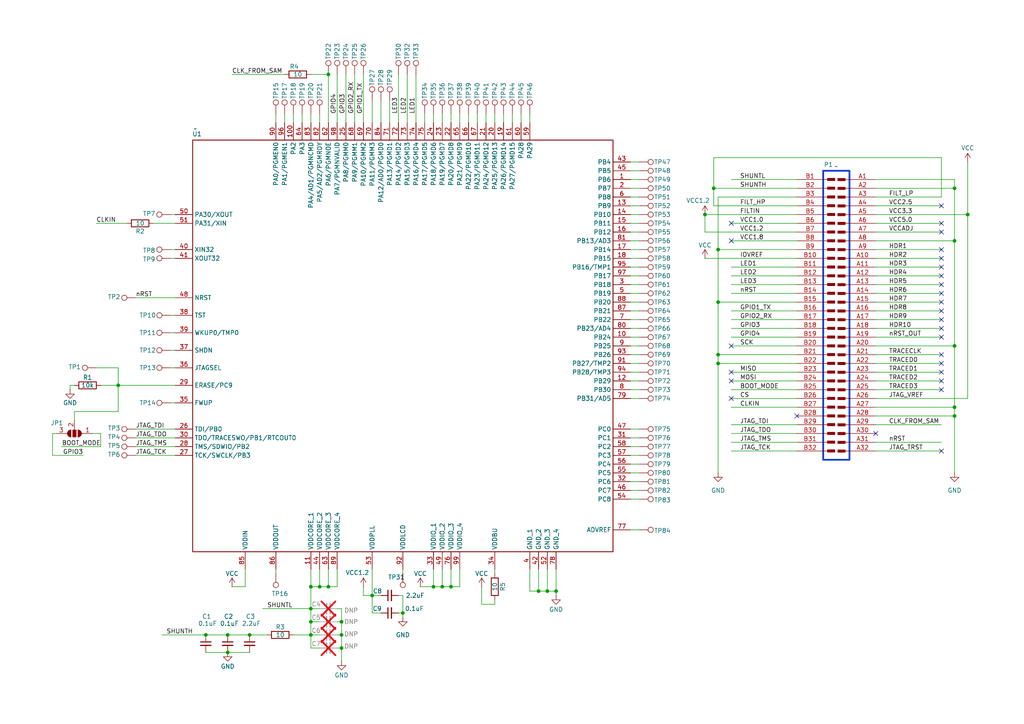
<source format=kicad_sch>
(kicad_sch (version 20231120) (generator "eeschema") (generator_version "8.0")
  (paper "A4")
  (junction (at 59.69 184.15))
  (junction (at 208.28 105.41))
  (junction (at 107.95 172.72))
  (junction (at 34.29 111.76))
  (junction (at 66.04 189.23))
  (junction (at 92.71 170.18))
  (junction (at 90.17 176.53))
  (junction (at 90.17 184.15))
  (junction (at 99.06 180.34))
  (junction (at 90.17 170.18))
  (junction (at 280.67 62.23))
  (junction (at 125.73 170.18))
  (junction (at 276.86 120.65))
  (junction (at 158.75 171.45))
  (junction (at 208.28 102.87))
  (junction (at 66.04 184.15))
  (junction (at 99.06 187.96))
  (junction (at 161.29 171.45))
  (junction (at 276.86 118.11))
  (junction (at 90.17 180.34))
  (junction (at 116.84 177.8))
  (junction (at 99.06 184.15))
  (junction (at 72.39 184.15))
  (junction (at 95.25 21.59))
  (junction (at 128.27 170.18))
  (junction (at 208.28 87.63))
  (junction (at 204.47 62.23))
  (junction (at 276.86 54.61))
  (junction (at 276.86 100.33))
  (junction (at 208.28 72.39))
  (junction (at 130.81 170.18))
  (junction (at 207.01 54.61))
  (junction (at 95.25 170.18))
  (junction (at 156.21 171.45))
  (junction (at 276.86 69.85))
  (no_connect (at 273.05 77.47))
  (no_connect (at 273.05 107.95))
  (no_connect (at 273.05 95.25))
  (no_connect (at 273.05 90.17))
  (no_connect (at 273.05 80.01))
  (no_connect (at 212.09 100.33))
  (no_connect (at 273.05 130.81))
  (no_connect (at 254 125.73))
  (no_connect (at 273.05 97.79))
  (no_connect (at 273.05 105.41))
  (no_connect (at 273.05 113.03))
  (no_connect (at 273.05 74.93))
  (no_connect (at 273.05 85.09))
  (no_connect (at 273.05 110.49))
  (no_connect (at 273.05 72.39))
  (no_connect (at 273.05 59.69))
  (no_connect (at 273.05 82.55))
  (no_connect (at 212.09 110.49))
  (no_connect (at 231.14 120.65))
  (no_connect (at 212.09 69.85))
  (no_connect (at 212.09 64.77))
  (no_connect (at 273.05 102.87))
  (no_connect (at 273.05 87.63))
  (no_connect (at 273.05 64.77))
  (no_connect (at 212.09 115.57))
  (no_connect (at 273.05 92.71))
  (no_connect (at 212.09 107.95))
  (no_connect (at 273.05 67.31))
  (wire (pts (xy 135.89 33.02) (xy 135.89 35.56)))
  (wire (pts (xy 34.29 111.76) (xy 34.29 119.38)))
  (wire (pts (xy 254 72.39) (xy 273.05 72.39)))
  (wire (pts (xy 110.49 29.21) (xy 110.49 35.56)))
  (wire (pts (xy 49.53 101.6) (xy 50.8 101.6)))
  (wire (pts (xy 59.69 184.15) (xy 66.04 184.15)))
  (wire (pts (xy 99.06 187.96) (xy 99.06 191.77)))
  (wire (pts (xy 182.88 127) (xy 185.42 127)))
  (wire (pts (xy 105.41 172.72) (xy 107.95 172.72)))
  (wire (pts (xy 182.88 77.47) (xy 185.42 77.47)))
  (wire (pts (xy 90.17 187.96) (xy 92.71 187.96)))
  (wire (pts (xy 204.47 62.23) (xy 231.14 62.23)))
  (wire (pts (xy 182.88 74.93) (xy 185.42 74.93)))
  (wire (pts (xy 208.28 105.41) (xy 231.14 105.41)))
  (wire (pts (xy 212.09 130.81) (xy 231.14 130.81)))
  (wire (pts (xy 212.09 85.09) (xy 231.14 85.09)))
  (wire (pts (xy 39.37 127) (xy 50.8 127)))
  (wire (pts (xy 26.67 125.73) (xy 29.21 125.73)))
  (wire (pts (xy 156.21 165.1) (xy 156.21 171.45)))
  (wire (pts (xy 133.35 33.02) (xy 133.35 35.56)))
  (wire (pts (xy 121.92 170.18) (xy 125.73 170.18)))
  (wire (pts (xy 182.88 142.24) (xy 185.42 142.24)))
  (wire (pts (xy 148.59 33.02) (xy 148.59 35.56)))
  (wire (pts (xy 90.17 33.02) (xy 90.17 35.56)))
  (wire (pts (xy 212.09 125.73) (xy 231.14 125.73)))
  (wire (pts (xy 212.09 69.85) (xy 231.14 69.85)))
  (wire (pts (xy 71.12 165.1) (xy 71.12 170.18)))
  (wire (pts (xy 254 128.27) (xy 273.05 128.27)))
  (wire (pts (xy 107.95 165.1) (xy 107.95 172.72)))
  (wire (pts (xy 182.88 92.71) (xy 185.42 92.71)))
  (wire (pts (xy 208.28 102.87) (xy 231.14 102.87)))
  (wire (pts (xy 280.67 46.99) (xy 280.67 62.23)))
  (wire (pts (xy 254 113.03) (xy 273.05 113.03)))
  (wire (pts (xy 118.11 21.59) (xy 118.11 35.56)))
  (wire (pts (xy 254 92.71) (xy 273.05 92.71)))
  (wire (pts (xy 67.31 21.59) (xy 82.55 21.59)))
  (wire (pts (xy 95.25 21.59) (xy 95.25 35.56)))
  (wire (pts (xy 212.09 77.47) (xy 231.14 77.47)))
  (wire (pts (xy 92.71 170.18) (xy 92.71 165.1)))
  (wire (pts (xy 254 97.79) (xy 273.05 97.79)))
  (wire (pts (xy 276.86 118.11) (xy 276.86 120.65)))
  (wire (pts (xy 182.88 110.49) (xy 185.42 110.49)))
  (wire (pts (xy 138.43 33.02) (xy 138.43 35.56)))
  (wire (pts (xy 254 102.87) (xy 273.05 102.87)))
  (wire (pts (xy 182.88 80.01) (xy 185.42 80.01)))
  (wire (pts (xy 182.88 105.41) (xy 185.42 105.41)))
  (wire (pts (xy 208.28 57.15) (xy 208.28 72.39)))
  (wire (pts (xy 95.25 170.18) (xy 97.79 170.18)))
  (wire (pts (xy 29.21 111.76) (xy 34.29 111.76)))
  (wire (pts (xy 204.47 67.31) (xy 231.14 67.31)))
  (wire (pts (xy 212.09 80.01) (xy 231.14 80.01)))
  (wire (pts (xy 208.28 102.87) (xy 208.28 105.41)))
  (wire (pts (xy 208.28 72.39) (xy 231.14 72.39)))
  (wire (pts (xy 208.28 105.41) (xy 208.28 137.16)))
  (wire (pts (xy 182.88 90.17) (xy 185.42 90.17)))
  (wire (pts (xy 254 85.09) (xy 273.05 85.09)))
  (wire (pts (xy 107.95 172.72) (xy 107.95 177.8)))
  (wire (pts (xy 182.88 97.79) (xy 185.42 97.79)))
  (wire (pts (xy 44.45 64.77) (xy 50.8 64.77)))
  (wire (pts (xy 49.53 96.52) (xy 50.8 96.52)))
  (wire (pts (xy 87.63 33.02) (xy 87.63 35.56)))
  (wire (pts (xy 20.32 111.76) (xy 20.32 113.03)))
  (wire (pts (xy 212.09 128.27) (xy 231.14 128.27)))
  (wire (pts (xy 102.87 21.59) (xy 102.87 35.56)))
  (wire (pts (xy 207.01 59.69) (xy 231.14 59.69)))
  (wire (pts (xy 34.29 119.38) (xy 21.59 119.38)))
  (wire (pts (xy 204.47 74.93) (xy 231.14 74.93)))
  (wire (pts (xy 90.17 180.34) (xy 92.71 180.34)))
  (wire (pts (xy 130.81 165.1) (xy 130.81 170.18)))
  (wire (pts (xy 254 100.33) (xy 276.86 100.33)))
  (wire (pts (xy 212.09 118.11) (xy 231.14 118.11)))
  (wire (pts (xy 208.28 87.63) (xy 208.28 102.87)))
  (wire (pts (xy 76.2 176.53) (xy 90.17 176.53)))
  (wire (pts (xy 92.71 33.02) (xy 92.71 35.56)))
  (wire (pts (xy 212.09 82.55) (xy 231.14 82.55)))
  (wire (pts (xy 39.37 86.36) (xy 50.8 86.36)))
  (wire (pts (xy 212.09 115.57) (xy 231.14 115.57)))
  (wire (pts (xy 182.88 95.25) (xy 185.42 95.25)))
  (wire (pts (xy 105.41 172.72) (xy 105.41 170.18)))
  (wire (pts (xy 90.17 170.18) (xy 92.71 170.18)))
  (wire (pts (xy 254 62.23) (xy 280.67 62.23)))
  (wire (pts (xy 107.95 29.21) (xy 107.95 35.56)))
  (wire (pts (xy 110.49 177.8) (xy 107.95 177.8)))
  (wire (pts (xy 49.53 91.44) (xy 50.8 91.44)))
  (wire (pts (xy 212.09 107.95) (xy 231.14 107.95)))
  (wire (pts (xy 151.13 33.02) (xy 151.13 35.56)))
  (wire (pts (xy 212.09 100.33) (xy 231.14 100.33)))
  (wire (pts (xy 115.57 21.59) (xy 115.57 35.56)))
  (wire (pts (xy 254 110.49) (xy 273.05 110.49)))
  (wire (pts (xy 72.39 184.15) (xy 77.47 184.15)))
  (wire (pts (xy 105.41 21.59) (xy 105.41 35.56)))
  (wire (pts (xy 116.84 165.1) (xy 116.84 166.37)))
  (wire (pts (xy 66.04 189.23) (xy 72.39 189.23)))
  (wire (pts (xy 254 95.25) (xy 273.05 95.25)))
  (wire (pts (xy 16.51 125.73) (xy 15.24 125.73)))
  (wire (pts (xy 182.88 54.61) (xy 185.42 54.61)))
  (wire (pts (xy 99.06 180.34) (xy 99.06 184.15)))
  (wire (pts (xy 49.53 62.23) (xy 50.8 62.23)))
  (wire (pts (xy 128.27 33.02) (xy 128.27 35.56)))
  (wire (pts (xy 85.09 33.02) (xy 85.09 35.56)))
  (wire (pts (xy 125.73 33.02) (xy 125.73 35.56)))
  (wire (pts (xy 212.09 64.77) (xy 231.14 64.77)))
  (wire (pts (xy 182.88 82.55) (xy 185.42 82.55)))
  (wire (pts (xy 254 52.07) (xy 276.86 52.07)))
  (wire (pts (xy 254 67.31) (xy 273.05 67.31)))
  (wire (pts (xy 139.7 170.18) (xy 139.7 175.26)))
  (wire (pts (xy 90.17 184.15) (xy 92.71 184.15)))
  (wire (pts (xy 182.88 153.67) (xy 185.42 153.67)))
  (wire (pts (xy 110.49 172.72) (xy 107.95 172.72)))
  (wire (pts (xy 21.59 119.38) (xy 21.59 121.92)))
  (wire (pts (xy 59.69 189.23) (xy 66.04 189.23)))
  (wire (pts (xy 125.73 165.1) (xy 125.73 170.18)))
  (wire (pts (xy 207.01 54.61) (xy 231.14 54.61)))
  (wire (pts (xy 254 105.41) (xy 273.05 105.41)))
  (wire (pts (xy 143.51 33.02) (xy 143.51 35.56)))
  (wire (pts (xy 182.88 87.63) (xy 185.42 87.63)))
  (wire (pts (xy 49.53 72.39) (xy 50.8 72.39)))
  (wire (pts (xy 254 90.17) (xy 273.05 90.17)))
  (wire (pts (xy 182.88 62.23) (xy 185.42 62.23)))
  (wire (pts (xy 276.86 52.07) (xy 276.86 54.61)))
  (wire (pts (xy 182.88 49.53) (xy 185.42 49.53)))
  (wire (pts (xy 153.67 171.45) (xy 156.21 171.45)))
  (wire (pts (xy 143.51 173.99) (xy 143.51 175.26)))
  (wire (pts (xy 182.88 64.77) (xy 185.42 64.77)))
  (wire (pts (xy 67.31 170.18) (xy 71.12 170.18)))
  (wire (pts (xy 254 87.63) (xy 273.05 87.63)))
  (wire (pts (xy 212.09 95.25) (xy 231.14 95.25)))
  (wire (pts (xy 80.01 33.02) (xy 80.01 35.56)))
  (wire (pts (xy 204.47 62.23) (xy 204.47 67.31)))
  (wire (pts (xy 273.05 45.72) (xy 273.05 57.15)))
  (wire (pts (xy 15.24 125.73) (xy 15.24 132.08)))
  (wire (pts (xy 100.33 21.59) (xy 100.33 35.56)))
  (wire (pts (xy 182.88 69.85) (xy 185.42 69.85)))
  (wire (pts (xy 182.88 100.33) (xy 185.42 100.33)))
  (wire (pts (xy 46.99 184.15) (xy 59.69 184.15)))
  (wire (pts (xy 182.88 129.54) (xy 185.42 129.54)))
  (wire (pts (xy 254 120.65) (xy 276.86 120.65)))
  (wire (pts (xy 254 54.61) (xy 276.86 54.61)))
  (wire (pts (xy 113.03 29.21) (xy 113.03 35.56)))
  (wire (pts (xy 212.09 123.19) (xy 231.14 123.19)))
  (wire (pts (xy 254 82.55) (xy 273.05 82.55)))
  (wire (pts (xy 115.57 172.72) (xy 116.84 172.72)))
  (wire (pts (xy 212.09 97.79) (xy 231.14 97.79)))
  (wire (pts (xy 99.06 184.15) (xy 97.79 184.15)))
  (wire (pts (xy 49.53 74.93) (xy 50.8 74.93)))
  (wire (pts (xy 208.28 72.39) (xy 208.28 87.63)))
  (wire (pts (xy 254 69.85) (xy 276.86 69.85)))
  (wire (pts (xy 15.24 132.08) (xy 24.13 132.08)))
  (wire (pts (xy 49.53 116.84) (xy 50.8 116.84)))
  (wire (pts (xy 273.05 57.15) (xy 254 57.15)))
  (wire (pts (xy 49.53 106.68) (xy 50.8 106.68)))
  (wire (pts (xy 90.17 176.53) (xy 90.17 180.34)))
  (wire (pts (xy 212.09 113.03) (xy 231.14 113.03)))
  (wire (pts (xy 254 59.69) (xy 273.05 59.69)))
  (wire (pts (xy 182.88 115.57) (xy 185.42 115.57)))
  (wire (pts (xy 92.71 170.18) (xy 95.25 170.18)))
  (wire (pts (xy 115.57 177.8) (xy 116.84 177.8)))
  (wire (pts (xy 182.88 139.7) (xy 185.42 139.7)))
  (wire (pts (xy 29.21 125.73) (xy 29.21 129.54)))
  (wire (pts (xy 254 123.19) (xy 273.05 123.19)))
  (wire (pts (xy 208.28 57.15) (xy 231.14 57.15)))
  (wire (pts (xy 212.09 92.71) (xy 231.14 92.71)))
  (wire (pts (xy 182.88 137.16) (xy 185.42 137.16)))
  (wire (pts (xy 161.29 165.1) (xy 161.29 171.45)))
  (wire (pts (xy 80.01 165.1) (xy 80.01 166.37)))
  (wire (pts (xy 276.86 54.61) (xy 276.86 69.85)))
  (wire (pts (xy 280.67 62.23) (xy 280.67 115.57)))
  (wire (pts (xy 254 74.93) (xy 273.05 74.93)))
  (wire (pts (xy 27.94 64.77) (xy 36.83 64.77)))
  (wire (pts (xy 120.65 21.59) (xy 120.65 35.56)))
  (wire (pts (xy 182.88 144.78) (xy 185.42 144.78)))
  (wire (pts (xy 207.01 54.61) (xy 207.01 59.69)))
  (wire (pts (xy 125.73 170.18) (xy 128.27 170.18)))
  (wire (pts (xy 276.86 69.85) (xy 276.86 100.33)))
  (wire (pts (xy 34.29 111.76) (xy 50.8 111.76)))
  (wire (pts (xy 276.86 120.65) (xy 276.86 137.16)))
  (wire (pts (xy 128.27 170.18) (xy 130.81 170.18)))
  (wire (pts (xy 254 64.77) (xy 273.05 64.77)))
  (wire (pts (xy 254 130.81) (xy 273.05 130.81)))
  (wire (pts (xy 158.75 165.1) (xy 158.75 171.45)))
  (wire (pts (xy 140.97 33.02) (xy 140.97 35.56)))
  (wire (pts (xy 207.01 54.61) (xy 207.01 45.72)))
  (wire (pts (xy 182.88 85.09) (xy 185.42 85.09)))
  (wire (pts (xy 153.67 33.02) (xy 153.67 35.56)))
  (wire (pts (xy 123.19 33.02) (xy 123.19 35.56)))
  (wire (pts (xy 97.79 165.1) (xy 97.79 170.18)))
  (wire (pts (xy 182.88 52.07) (xy 185.42 52.07)))
  (wire (pts (xy 116.84 179.07) (xy 116.84 177.8)))
  (wire (pts (xy 90.17 165.1) (xy 90.17 170.18)))
  (wire (pts (xy 139.7 175.26) (xy 143.51 175.26)))
  (wire (pts (xy 99.06 180.34) (xy 97.79 180.34)))
  (wire (pts (xy 158.75 171.45) (xy 161.29 171.45)))
  (wire (pts (xy 39.37 132.08) (xy 50.8 132.08)))
  (wire (pts (xy 182.88 59.69) (xy 185.42 59.69)))
  (wire (pts (xy 99.06 184.15) (xy 99.06 187.96)))
  (wire (pts (xy 182.88 134.62) (xy 185.42 134.62)))
  (wire (pts (xy 99.06 176.53) (xy 99.06 180.34)))
  (wire (pts (xy 116.84 172.72) (xy 116.84 177.8)))
  (wire (pts (xy 254 80.01) (xy 273.05 80.01)))
  (wire (pts (xy 254 115.57) (xy 280.67 115.57)))
  (wire (pts (xy 254 77.47) (xy 273.05 77.47)))
  (wire (pts (xy 212.09 110.49) (xy 231.14 110.49)))
  (wire (pts (xy 254 118.11) (xy 276.86 118.11)))
  (wire (pts (xy 212.09 52.07) (xy 231.14 52.07)))
  (wire (pts (xy 85.09 184.15) (xy 90.17 184.15)))
  (wire (pts (xy 182.88 67.31) (xy 185.42 67.31)))
  (wire (pts (xy 130.81 170.18) (xy 133.35 170.18)))
  (wire (pts (xy 153.67 165.1) (xy 153.67 171.45)))
  (wire (pts (xy 143.51 165.1) (xy 143.51 166.37)))
  (wire (pts (xy 39.37 124.46) (xy 50.8 124.46)))
  (wire (pts (xy 34.29 106.68) (xy 34.29 111.76)))
  (wire (pts (xy 97.79 21.59) (xy 97.79 35.56)))
  (wire (pts (xy 254 107.95) (xy 273.05 107.95)))
  (wire (pts (xy 90.17 170.18) (xy 90.17 176.53)))
  (wire (pts (xy 90.17 180.34) (xy 90.17 184.15)))
  (wire (pts (xy 182.88 124.46) (xy 185.42 124.46)))
  (wire (pts (xy 161.29 172.72) (xy 161.29 171.45)))
  (wire (pts (xy 39.37 129.54) (xy 50.8 129.54)))
  (wire (pts (xy 182.88 113.03) (xy 185.42 113.03)))
  (wire (pts (xy 276.86 100.33) (xy 276.86 118.11)))
  (wire (pts (xy 182.88 102.87) (xy 185.42 102.87)))
  (wire (pts (xy 82.55 33.02) (xy 82.55 35.56)))
  (wire (pts (xy 182.88 46.99) (xy 185.42 46.99)))
  (wire (pts (xy 130.81 33.02) (xy 130.81 35.56)))
  (wire (pts (xy 156.21 171.45) (xy 158.75 171.45)))
  (wire (pts (xy 133.35 165.1) (xy 133.35 170.18)))
  (wire (pts (xy 182.88 107.95) (xy 185.42 107.95)))
  (wire (pts (xy 128.27 165.1) (xy 128.27 170.18)))
  (wire (pts (xy 182.88 57.15) (xy 185.42 57.15)))
  (wire (pts (xy 90.17 176.53) (xy 92.71 176.53)))
  (wire (pts (xy 182.88 132.08) (xy 185.42 132.08)))
  (wire (pts (xy 90.17 184.15) (xy 90.17 187.96)))
  (wire (pts (xy 29.21 129.54) (xy 17.78 129.54)))
  (wire (pts (xy 208.28 87.63) (xy 231.14 87.63)))
  (wire (pts (xy 20.32 111.76) (xy 21.59 111.76)))
  (wire (pts (xy 66.04 184.15) (xy 72.39 184.15)))
  (wire (pts (xy 146.05 33.02) (xy 146.05 35.56)))
  (wire (pts (xy 27.94 106.68) (xy 34.29 106.68)))
  (wire (pts (xy 99.06 187.96) (xy 97.79 187.96)))
  (wire (pts (xy 95.25 165.1) (xy 95.25 170.18)))
  (wire (pts (xy 207.01 45.72) (xy 273.05 45.72)))
  (wire (pts (xy 90.17 21.59) (xy 95.25 21.59)))
  (wire (pts (xy 99.06 176.53) (xy 97.79 176.53)))
  (wire (pts (xy 212.09 90.17) (xy 231.14 90.17)))
  (wire (pts (xy 182.88 72.39) (xy 185.42 72.39)))
  (label "LED2" (at 214.63 80.01 0))
  (label "FILT_HP" (at 214.63 59.69 0))
  (label "CS" (at 214.63 115.57 0))
  (label "nRST" (at 214.63 85.09 0))
  (label "SHUNTL" (at 214.63 52.07 0))
  (label "LED1" (at 120.65 33.02 90))
  (label "HDR5" (at 257.81 82.55 0))
  (label "HDR7" (at 257.81 87.63 0))
  (label "HDR9" (at 257.81 92.71 0))
  (label "nRST" (at 257.81 128.27 0))
  (label "GPIO4" (at 97.79 33.02 90))
  (label "TRACED0" (at 257.81 105.41 0))
  (label "JTAG_TCK" (at 39.37 132.08 0))
  (label "CLKIN" (at 27.94 64.77 0))
  (label "JTAG_TDI" (at 214.63 123.19 0))
  (label "TRACED3" (at 257.81 113.03 0))
  (label "TRACED2" (at 257.81 110.49 0))
  (label "GPIO1_TX" (at 214.63 90.17 0))
  (label "VCC1.2" (at 214.63 67.31 0))
  (label "VCC3.3" (at 257.81 62.23 0))
  (label "MISO" (at 214.63 107.95 0))
  (label "VCCADJ" (at 257.81 67.31 0))
  (label "TRACECLK" (at 257.81 102.87 0))
  (label "VCC2.5" (at 257.81 59.69 0))
  (label "FILT_LP" (at 257.81 57.15 0))
  (label "LED3" (at 115.57 33.02 90))
  (label "CLK_FROM_SAM" (at 67.31 21.59 0))
  (label "SCK" (at 214.63 100.33 0))
  (label "HDR6" (at 257.81 85.09 0))
  (label "nRST_OUT" (at 257.81 97.79 0))
  (label "HDR4" (at 257.81 80.01 0))
  (label "nRST" (at 39.37 86.36 0))
  (label "SHUNTH" (at 214.63 54.61 0))
  (label "JTAG_TDO" (at 39.37 127 0))
  (label "VCC5.0" (at 257.81 64.77 0))
  (label "HDR2" (at 257.81 74.93 0))
  (label "GPIO2_RX" (at 102.87 33.02 90))
  (label "SHUNTL" (at 77.47 176.53 0))
  (label "MOSI" (at 214.63 110.49 0))
  (label "JTAG_TMS" (at 214.63 128.27 0))
  (label "VCC1.8" (at 214.63 69.85 0))
  (label "VCC1.0" (at 214.63 64.77 0))
  (label "GPIO3" (at 24.13 132.08 180))
  (label "GPIO3" (at 100.33 33.02 90))
  (label "BOOT_MODE" (at 214.63 113.03 0))
  (label "HDR10" (at 257.81 95.25 0))
  (label "HDR3" (at 257.81 77.47 0))
  (label "SHUNTH" (at 48.26 184.15 0))
  (label "JTAG_TRST" (at 257.81 130.81 0))
  (label "JTAG_TCK" (at 214.63 130.81 0))
  (label "GPIO2_RX" (at 214.63 92.71 0))
  (label "GPIO3" (at 214.63 95.25 0))
  (label "CLK_FROM_SAM" (at 257.81 123.19 0))
  (label "BOOT_MODE" (at 29.21 129.54 180))
  (label "TRACED1" (at 257.81 107.95 0))
  (label "FILTIN" (at 214.63 62.23 0))
  (label "HDR8" (at 257.81 90.17 0))
  (label "JTAG_VREF" (at 257.81 115.57 0))
  (label "CLKIN" (at 214.63 118.11 0))
  (label "LED2" (at 118.11 33.02 90))
  (label "HDR1" (at 257.81 72.39 0))
  (label "LED1" (at 214.63 77.47 0))
  (label "GPIO1_TX" (at 105.41 33.02 90))
  (label "IOVREF" (at 214.63 74.93 0))
  (label "JTAG_TMS" (at 39.37 129.54 0))
  (label "JTAG_TDI" (at 39.37 124.46 0))
  (label "JTAG_TDO" (at 214.63 125.73 0))
  (label "LED3" (at 214.63 82.55 0))
  (label "GPIO4" (at 214.63 97.79 0))
  (symbol (lib_id "Jumper:SolderJumper_3_Open") (at 21.59 125.73 180) (unit 1) (exclude_from_sim yes) (in_bom no)
    (property "Reference" "JP1" (at 16.51 122.682 0))
    (property "Value" "SolderJumper_3_Open" (effects (hide yes)))
    (property "Footprint" "Jumper:SolderJumper-3_P1.3mm_Open_RoundedPad1.0x1.5mm" (effects (hide yes)))
    (property "Description" "Solder Jumper, 3-pole, open" (effects (hide yes)))
  )
  (symbol (lib_id "power:VCC") (at 67.31 170.18 0) (unit 1)
    (property "Reference" "#PWR07" (effects (hide yes)))
    (property "Value" "VCC" (at 67.31 166.37 0))
    (property "Description" "Power symbol creates a global label with name \"VCC\"" (effects (hide yes)))
  )
  (symbol (lib_id "Connector:TestPoint") (at 110.49 29.21 0) (unit 1)
    (property "Reference" "TP28" (at 110.49 20.066 90) (effects (justify right)))
    (property "Value" "TestPoint" (effects (hide yes)))
    (property "Footprint" "TestPoint:TestPoint_Pad_1.0x1.0mm" (effects (hide yes)))
    (property "Description" "test point" (effects (hide yes)))
  )
  (symbol (lib_id "Connector:TestPoint") (at 39.37 127 90) (unit 1)
    (property "Reference" "TP4" (at 31.242 126.746 90) (effects (justify right)))
    (property "Value" "TestPoint" (effects (hide yes)))
    (property "Footprint" "TestPoint:TestPoint_Pad_1.0x1.0mm" (effects (hide yes)))
    (property "Description" "test point" (effects (hide yes)))
  )
  (symbol (lib_id "Connector:TestPoint") (at 135.89 33.02 0) (unit 1)
    (property "Reference" "TP39" (at 135.89 23.876 90) (effects (justify right)))
    (property "Value" "TestPoint" (effects (hide yes)))
    (property "Footprint" "TestPoint:TestPoint_Pad_1.0x1.0mm" (effects (hide yes)))
    (property "Description" "test point" (effects (hide yes)))
  )
  (symbol (lib_id "Connector:TestPoint") (at 185.42 105.41 270) (unit 1)
    (property "Reference" "TP70" (at 194.564 105.41 90) (effects (justify right)))
    (property "Value" "TestPoint" (effects (hide yes)))
    (property "Footprint" "TestPoint:TestPoint_Pad_1.0x1.0mm" (effects (hide yes)))
    (property "Description" "test point" (effects (hide yes)))
  )
  (symbol (lib_id "Connector:TestPoint") (at 107.95 29.21 0) (unit 1)
    (property "Reference" "TP27" (at 107.95 20.066 90) (effects (justify right)))
    (property "Value" "TestPoint" (effects (hide yes)))
    (property "Footprint" "TestPoint:TestPoint_Pad_1.0x1.0mm" (effects (hide yes)))
    (property "Description" "test point" (effects (hide yes)))
  )
  (symbol (lib_id "Connector:TestPoint") (at 185.42 46.99 270) (unit 1)
    (property "Reference" "TP47" (at 194.564 46.99 90) (effects (justify right)))
    (property "Value" "TestPoint" (effects (hide yes)))
    (property "Footprint" "TestPoint:TestPoint_Pad_1.0x1.0mm" (effects (hide yes)))
    (property "Description" "test point" (effects (hide yes)))
  )
  (symbol (lib_id "Connector:TestPoint") (at 185.42 134.62 270) (unit 1)
    (property "Reference" "TP79" (at 194.564 134.62 90) (effects (justify right)))
    (property "Value" "TestPoint" (effects (hide yes)))
    (property "Footprint" "TestPoint:TestPoint_Pad_1.0x1.0mm" (effects (hide yes)))
    (property "Description" "test point" (effects (hide yes)))
  )
  (symbol (lib_id "power:GND") (at 276.86 137.16 0) (unit 1)
    (property "Reference" "#PWR01" (effects (hide yes)))
    (property "Value" "GND" (at 276.86 142.24 0))
    (property "Description" "Power symbol creates a global label with name \"GND\" , ground" (effects (hide yes)))
  )
  (symbol (lib_id "Connector:TestPoint") (at 39.37 132.08 90) (unit 1)
    (property "Reference" "TP6" (at 31.242 131.826 90) (effects (justify right)))
    (property "Value" "TestPoint" (effects (hide yes)))
    (property "Footprint" "TestPoint:TestPoint_Pad_1.0x1.0mm" (effects (hide yes)))
    (property "Description" "test point" (effects (hide yes)))
  )
  (symbol (lib_id "Connector:TestPoint") (at 85.09 33.02 0) (unit 1)
    (property "Reference" "TP18" (at 85.09 23.876 90) (effects (justify right)))
    (property "Value" "TestPoint" (effects (hide yes)))
    (property "Footprint" "TestPoint:TestPoint_Pad_1.0x1.0mm" (effects (hide yes)))
    (property "Description" "test point" (effects (hide yes)))
  )
  (symbol (lib_id "Connector:TestPoint") (at 185.42 54.61 270) (unit 1)
    (property "Reference" "TP50" (at 194.564 54.61 90) (effects (justify right)))
    (property "Value" "TestPoint" (effects (hide yes)))
    (property "Footprint" "TestPoint:TestPoint_Pad_1.0x1.0mm" (effects (hide yes)))
    (property "Description" "test point" (effects (hide yes)))
  )
  (symbol (lib_id "Connector:TestPoint") (at 130.81 33.02 0) (unit 1)
    (property "Reference" "TP37" (at 130.81 23.876 90) (effects (justify right)))
    (property "Value" "TestPoint" (effects (hide yes)))
    (property "Footprint" "TestPoint:TestPoint_Pad_1.0x1.0mm" (effects (hide yes)))
    (property "Description" "test point" (effects (hide yes)))
  )
  (symbol (lib_id "Connector:TestPoint") (at 185.42 64.77 270) (unit 1)
    (property "Reference" "TP54" (at 194.564 64.77 90) (effects (justify right)))
    (property "Value" "TestPoint" (effects (hide yes)))
    (property "Footprint" "TestPoint:TestPoint_Pad_1.0x1.0mm" (effects (hide yes)))
    (property "Description" "test point" (effects (hide yes)))
  )
  (symbol (lib_id "power:GND") (at 161.29 172.72 0) (unit 1)
    (property "Reference" "#PWR06" (effects (hide yes)))
    (property "Value" "GND" (at 161.29 176.784 0))
    (property "Description" "Power symbol creates a global label with name \"GND\" , ground" (effects (hide yes)))
  )
  (symbol (lib_id "Connector:TestPoint") (at 128.27 33.02 0) (unit 1)
    (property "Reference" "TP36" (at 128.27 23.876 90) (effects (justify right)))
    (property "Value" "TestPoint" (effects (hide yes)))
    (property "Footprint" "TestPoint:TestPoint_Pad_1.0x1.0mm" (effects (hide yes)))
    (property "Description" "test point" (effects (hide yes)))
  )
  (symbol (lib_id "Connector:TestPoint") (at 185.42 97.79 270) (unit 1)
    (property "Reference" "TP67" (at 194.564 97.79 90) (effects (justify right)))
    (property "Value" "TestPoint" (effects (hide yes)))
    (property "Footprint" "TestPoint:TestPoint_Pad_1.0x1.0mm" (effects (hide yes)))
    (property "Description" "test point" (effects (hide yes)))
  )
  (symbol (lib_id "Connector:TestPoint") (at 39.37 129.54 90) (unit 1)
    (property "Reference" "TP5" (at 31.242 129.286 90) (effects (justify right)))
    (property "Value" "TestPoint" (effects (hide yes)))
    (property "Footprint" "TestPoint:TestPoint_Pad_1.0x1.0mm" (effects (hide yes)))
    (property "Description" "test point" (effects (hide yes)))
  )
  (symbol (lib_id "Device:C_Small") (at 113.03 177.8 90) (unit 1)
    (property "Reference" "C9" (at 110.744 176.53 90) (effects (justify left)))
    (property "Value" "0.1uF" (at 122.936 176.53 90) (effects (justify left)))
    (property "Footprint" "Capacitor_SMD:C_0603_1608Metric" (effects (hide yes)))
    (property "Description" "Unpolarized capacitor, small symbol" (effects (hide yes)))
  )
  (symbol (lib_id "Connector:TestPoint") (at 185.42 85.09 270) (unit 1)
    (property "Reference" "TP62" (at 194.564 85.09 90) (effects (justify right)))
    (property "Value" "TestPoint" (effects (hide yes)))
    (property "Footprint" "TestPoint:TestPoint_Pad_1.0x1.0mm" (effects (hide yes)))
    (property "Description" "test point" (effects (hide yes)))
  )
  (symbol (lib_id "Connector:TestPoint") (at 185.42 77.47 270) (unit 1)
    (property "Reference" "TP59" (at 194.564 77.47 90) (effects (justify right)))
    (property "Value" "TestPoint" (effects (hide yes)))
    (property "Footprint" "TestPoint:TestPoint_Pad_1.0x1.0mm" (effects (hide yes)))
    (property "Description" "test point" (effects (hide yes)))
  )
  (symbol (lib_id "Device:C_Small") (at 59.69 186.69 0) (unit 1)
    (property "Reference" "C1" (at 59.944 178.816 0))
    (property "Value" "0.1uF" (at 60.198 180.848 0))
    (property "Footprint" "Capacitor_SMD:C_0603_1608Metric" (effects (hide yes)))
    (property "Description" "Unpolarized capacitor, small symbol" (effects (hide yes)))
  )
  (symbol (lib_id "Connector:TestPoint") (at 49.53 101.6 90) (unit 1)
    (property "Reference" "TP12" (at 40.386 101.6 90) (effects (justify right)))
    (property "Value" "TestPoint" (effects (hide yes)))
    (property "Footprint" "TestPoint:TestPoint_Pad_1.0x1.0mm" (effects (hide yes)))
    (property "Description" "test point" (effects (hide yes)))
  )
  (symbol (lib_id "CW312T-SAM4C32:ATSAM4C32C") (at 116.84 102.87 0) (unit 1)
    (property "Reference" "U1" (at 57.15 38.862 0))
    (property "Value" "~" (at 56.642 37.338 0))
    (property "Footprint" "Package_QFP:TQFP-100_14x14mm_P0.5mm" (effects (hide yes)))
  )
  (symbol (lib_id "Connector:TestPoint") (at 185.42 67.31 270) (unit 1)
    (property "Reference" "TP55" (at 194.564 67.31 90) (effects (justify right)))
    (property "Value" "TestPoint" (effects (hide yes)))
    (property "Footprint" "TestPoint:TestPoint_Pad_1.0x1.0mm" (effects (hide yes)))
    (property "Description" "test point" (effects (hide yes)))
  )
  (symbol (lib_id "Connector:TestPoint") (at 120.65 21.59 0) (unit 1)
    (property "Reference" "TP33" (at 120.65 12.446 90) (effects (justify right)))
    (property "Value" "TestPoint" (effects (hide yes)))
    (property "Footprint" "TestPoint:TestPoint_Pad_1.0x1.0mm" (effects (hide yes)))
    (property "Description" "test point" (effects (hide yes)))
  )
  (symbol (lib_id "Device:C_Small") (at 95.25 176.53 90) (unit 1) (dnp yes)
    (property "Reference" "C4" (at 91.694 175.26 90))
    (property "Value" "DNP" (at 101.854 177.038 90))
    (property "Footprint" "Capacitor_SMD:C_0603_1608Metric" (effects (hide yes)))
    (property "Description" "Unpolarized capacitor, small symbol" (effects (hide yes)))
  )
  (symbol (lib_id "Connector:TestPoint") (at 39.37 124.46 90) (unit 1)
    (property "Reference" "TP3" (at 31.242 124.206 90) (effects (justify right)))
    (property "Value" "TestPoint" (effects (hide yes)))
    (property "Footprint" "TestPoint:TestPoint_Pad_1.0x1.0mm" (effects (hide yes)))
    (property "Description" "test point" (effects (hide yes)))
  )
  (symbol (lib_id "Connector:TestPoint") (at 185.42 95.25 270) (unit 1)
    (property "Reference" "TP66" (at 194.564 95.25 90) (effects (justify right)))
    (property "Value" "TestPoint" (effects (hide yes)))
    (property "Footprint" "TestPoint:TestPoint_Pad_1.0x1.0mm" (effects (hide yes)))
    (property "Description" "test point" (effects (hide yes)))
  )
  (symbol (lib_id "Connector:TestPoint") (at 49.53 116.84 90) (unit 1)
    (property "Reference" "TP14" (at 40.386 116.84 90) (effects (justify right)))
    (property "Value" "TestPoint" (effects (hide yes)))
    (property "Footprint" "TestPoint:TestPoint_Pad_1.0x1.0mm" (effects (hide yes)))
    (property "Description" "test point" (effects (hide yes)))
  )
  (symbol (lib_id "Connector:TestPoint") (at 113.03 29.21 0) (unit 1)
    (property "Reference" "TP29" (at 113.03 20.066 90) (effects (justify right)))
    (property "Value" "TestPoint" (effects (hide yes)))
    (property "Footprint" "TestPoint:TestPoint_Pad_1.0x1.0mm" (effects (hide yes)))
    (property "Description" "test point" (effects (hide yes)))
  )
  (symbol (lib_id "Connector:TestPoint") (at 146.05 33.02 0) (unit 1)
    (property "Reference" "TP43" (at 146.05 23.876 90) (effects (justify right)))
    (property "Value" "TestPoint" (effects (hide yes)))
    (property "Footprint" "TestPoint:TestPoint_Pad_1.0x1.0mm" (effects (hide yes)))
    (property "Description" "test point" (effects (hide yes)))
  )
  (symbol (lib_id "Connector:TestPoint") (at 80.01 166.37 180) (unit 1)
    (property "Reference" "TP16" (at 78.74 172.212 0) (effects (justify right)))
    (property "Value" "TestPoint" (effects (hide yes)))
    (property "Footprint" "TestPoint:TestPoint_Pad_1.0x1.0mm" (effects (hide yes)))
    (property "Description" "test point" (effects (hide yes)))
  )
  (symbol (lib_id "power:VCC") (at 280.67 46.99 0) (unit 1)
    (property "Reference" "#PWR02" (effects (hide yes)))
    (property "Value" "VCC" (at 280.67 42.926 0))
    (property "Description" "Power symbol creates a global label with name \"VCC\"" (effects (hide yes)))
  )
  (symbol (lib_id "Connector:TestPoint") (at 185.42 62.23 270) (unit 1)
    (property "Reference" "TP53" (at 194.564 62.23 90) (effects (justify right)))
    (property "Value" "TestPoint" (effects (hide yes)))
    (property "Footprint" "TestPoint:TestPoint_Pad_1.0x1.0mm" (effects (hide yes)))
    (property "Description" "test point" (effects (hide yes)))
  )
  (symbol (lib_id "Connector:TestPoint") (at 90.17 33.02 0) (unit 1)
    (property "Reference" "TP20" (at 90.17 23.876 90) (effects (justify right)))
    (property "Value" "TestPoint" (effects (hide yes)))
    (property "Footprint" "TestPoint:TestPoint_Pad_1.0x1.0mm" (effects (hide yes)))
    (property "Description" "test point" (effects (hide yes)))
  )
  (symbol (lib_id "Connector:TestPoint") (at 118.11 21.59 0) (unit 1)
    (property "Reference" "TP32" (at 118.11 12.446 90) (effects (justify right)))
    (property "Value" "TestPoint" (effects (hide yes)))
    (property "Footprint" "TestPoint:TestPoint_Pad_1.0x1.0mm" (effects (hide yes)))
    (property "Description" "test point" (effects (hide yes)))
  )
  (symbol (lib_id "power:VCC") (at 204.47 62.23 0) (unit 1)
    (property "Reference" "#PWR05" (effects (hide yes)))
    (property "Value" "VCC1.2" (at 202.438 58.166 0))
    (property "Description" "Power symbol creates a global label with name \"VCC\"" (effects (hide yes)))
  )
  (symbol (lib_id "Connector:TestPoint") (at 125.73 33.02 0) (unit 1)
    (property "Reference" "TP35" (at 125.73 23.876 90) (effects (justify right)))
    (property "Value" "TestPoint" (effects (hide yes)))
    (property "Footprint" "TestPoint:TestPoint_Pad_1.0x1.0mm" (effects (hide yes)))
    (property "Description" "test point" (effects (hide yes)))
  )
  (symbol (lib_id "Connector:TestPoint") (at 92.71 33.02 0) (unit 1)
    (property "Reference" "TP21" (at 92.71 23.876 90) (effects (justify right)))
    (property "Value" "TestPoint" (effects (hide yes)))
    (property "Footprint" "TestPoint:TestPoint_Pad_1.0x1.0mm" (effects (hide yes)))
    (property "Description" "test point" (effects (hide yes)))
  )
  (symbol (lib_id "Connector:TestPoint") (at 185.42 74.93 270) (unit 1)
    (property "Reference" "TP58" (at 194.564 74.93 90) (effects (justify right)))
    (property "Value" "TestPoint" (effects (hide yes)))
    (property "Footprint" "TestPoint:TestPoint_Pad_1.0x1.0mm" (effects (hide yes)))
    (property "Description" "test point" (effects (hide yes)))
  )
  (symbol (lib_id "Connector:TestPoint") (at 185.42 127 270) (unit 1)
    (property "Reference" "TP76" (at 194.564 127 90) (effects (justify right)))
    (property "Value" "TestPoint" (effects (hide yes)))
    (property "Footprint" "TestPoint:TestPoint_Pad_1.0x1.0mm" (effects (hide yes)))
    (property "Description" "test point" (effects (hide yes)))
  )
  (symbol (lib_id "Connector:TestPoint") (at 49.53 106.68 90) (unit 1)
    (property "Reference" "TP13" (at 40.386 106.68 90) (effects (justify right)))
    (property "Value" "TestPoint" (effects (hide yes)))
    (property "Footprint" "TestPoint:TestPoint_Pad_1.0x1.0mm" (effects (hide yes)))
    (property "Description" "test point" (effects (hide yes)))
  )
  (symbol (lib_id "Device:C_Small") (at 95.25 180.34 90) (unit 1) (dnp yes)
    (property "Reference" "C5" (at 91.694 179.07 90))
    (property "Value" "DNP" (at 101.854 180.34 90))
    (property "Footprint" "Capacitor_SMD:C_0603_1608Metric" (effects (hide yes)))
    (property "Description" "Unpolarized capacitor, small symbol" (effects (hide yes)))
  )
  (symbol (lib_id "Connector:TestPoint") (at 39.37 86.36 90) (unit 1)
    (property "Reference" "TP2" (at 31.242 86.106 90) (effects (justify right)))
    (property "Value" "TestPoint" (effects (hide yes)))
    (property "Footprint" "TestPoint:TestPoint_Pad_1.0x1.0mm" (effects (hide yes)))
    (property "Description" "test point" (effects (hide yes)))
  )
  (symbol (lib_id "Device:R") (at 143.51 170.18 180) (unit 1)
    (property "Reference" "R5" (at 145.796 170.18 90))
    (property "Value" "10" (at 143.51 170.18 90))
    (property "Footprint" "Resistor_SMD:R_0603_1608Metric" (effects (hide yes)))
    (property "Description" "Resistor" (effects (hide yes)))
  )
  (symbol (lib_id "Connector:TestPoint") (at 100.33 21.59 0) (unit 1)
    (property "Reference" "TP24" (at 100.33 12.446 90) (effects (justify right)))
    (property "Value" "TestPoint" (effects (hide yes)))
    (property "Footprint" "TestPoint:TestPoint_Pad_1.0x1.0mm" (effects (hide yes)))
    (property "Description" "test point" (effects (hide yes)))
  )
  (symbol (lib_id "Connector:TestPoint") (at 185.42 59.69 270) (unit 1)
    (property "Reference" "TP52" (at 194.564 59.69 90) (effects (justify right)))
    (property "Value" "TestPoint" (effects (hide yes)))
    (property "Footprint" "TestPoint:TestPoint_Pad_1.0x1.0mm" (effects (hide yes)))
    (property "Description" "test point" (effects (hide yes)))
  )
  (symbol (lib_id "Connector:TestPoint") (at 80.01 33.02 0) (unit 1)
    (property "Reference" "TP15" (at 80.01 23.876 90) (effects (justify right)))
    (property "Value" "TestPoint" (effects (hide yes)))
    (property "Footprint" "TestPoint:TestPoint_Pad_1.0x1.0mm" (effects (hide yes)))
    (property "Description" "test point" (effects (hide yes)))
  )
  (symbol (lib_id "Connector:TestPoint") (at 185.42 92.71 270) (unit 1)
    (property "Reference" "TP65" (at 194.564 92.71 90) (effects (justify right)))
    (property "Value" "TestPoint" (effects (hide yes)))
    (property "Footprint" "TestPoint:TestPoint_Pad_1.0x1.0mm" (effects (hide yes)))
    (property "Description" "test point" (effects (hide yes)))
  )
  (symbol (lib_id "Connector:TestPoint") (at 185.42 52.07 270) (unit 1)
    (property "Reference" "TP49" (at 194.564 52.07 90) (effects (justify right)))
    (property "Value" "TestPoint" (effects (hide yes)))
    (property "Footprint" "TestPoint:TestPoint_Pad_1.0x1.0mm" (effects (hide yes)))
    (property "Description" "test point" (effects (hide yes)))
  )
  (symbol (lib_id "Connector:TestPoint") (at 148.59 33.02 0) (unit 1)
    (property "Reference" "TP44" (at 148.59 23.876 90) (effects (justify right)))
    (property "Value" "TestPoint" (effects (hide yes)))
    (property "Footprint" "TestPoint:TestPoint_Pad_1.0x1.0mm" (effects (hide yes)))
    (property "Description" "test point" (effects (hide yes)))
  )
  (symbol (lib_id "Connector:TestPoint") (at 185.42 144.78 270) (unit 1)
    (property "Reference" "TP83" (at 194.564 145.034 90) (effects (justify right)))
    (property "Value" "TestPoint" (effects (hide yes)))
    (property "Footprint" "TestPoint:TestPoint_Pad_1.0x1.0mm" (effects (hide yes)))
    (property "Description" "test point" (effects (hide yes)))
  )
  (symbol (lib_id "Connector:TestPoint") (at 185.42 49.53 270) (unit 1)
    (property "Reference" "TP48" (at 194.564 49.53 90) (effects (justify right)))
    (property "Value" "TestPoint" (effects (hide yes)))
    (property "Footprint" "TestPoint:TestPoint_Pad_1.0x1.0mm" (effects (hide yes)))
    (property "Description" "test point" (effects (hide yes)))
  )
  (symbol (lib_id "power:VCC") (at 204.47 74.93 0) (unit 1)
    (property "Reference" "#PWR04" (effects (hide yes)))
    (property "Value" "VCC" (at 204.47 71.12 0))
    (property "Description" "Power symbol creates a global label with name \"VCC\"" (effects (hide yes)))
  )
  (symbol (lib_id "Connector:TestPoint") (at 185.42 153.67 270) (unit 1)
    (property "Reference" "TP84" (at 194.564 153.924 90) (effects (justify right)))
    (property "Value" "TestPoint" (effects (hide yes)))
    (property "Footprint" "TestPoint:TestPoint_Pad_1.0x1.0mm" (effects (hide yes)))
    (property "Description" "test point" (effects (hide yes)))
  )
  (symbol (lib_id "power:GND") (at 99.06 191.77 0) (unit 1)
    (property "Reference" "#PWR011" (effects (hide yes)))
    (property "Value" "GND" (at 99.06 195.834 0))
    (property "Description" "Power symbol creates a global label with name \"GND\" , ground" (effects (hide yes)))
  )
  (symbol (lib_id "Connector:TestPoint") (at 138.43 33.02 0) (unit 1)
    (property "Reference" "TP40" (at 138.43 23.876 90) (effects (justify right)))
    (property "Value" "TestPoint" (effects (hide yes)))
    (property "Footprint" "TestPoint:TestPoint_Pad_1.0x1.0mm" (effects (hide yes)))
    (property "Description" "test point" (effects (hide yes)))
  )
  (symbol (lib_id "Device:R") (at 40.64 64.77 90) (unit 1)
    (property "Reference" "R2" (at 40.64 67.056 90))
    (property "Value" "10" (at 40.64 64.77 90))
    (property "Footprint" "Resistor_SMD:R_0603_1608Metric" (effects (hide yes)))
    (property "Description" "Resistor" (effects (hide yes)))
  )
  (symbol (lib_id "Connector:TestPoint") (at 27.94 106.68 90) (unit 1)
    (property "Reference" "TP1" (at 19.812 106.426 90) (effects (justify right)))
    (property "Value" "TestPoint" (effects (hide yes)))
    (property "Footprint" "TestPoint:TestPoint_Pad_1.0x1.0mm" (effects (hide yes)))
    (property "Description" "test point" (effects (hide yes)))
  )
  (symbol (lib_id "Device:C_Small") (at 66.04 186.69 0) (unit 1)
    (property "Reference" "C2" (at 66.294 178.816 0))
    (property "Value" "0.1uF" (at 66.548 180.848 0))
    (property "Footprint" "Capacitor_SMD:C_0603_1608Metric" (effects (hide yes)))
    (property "Description" "Unpolarized capacitor, small symbol" (effects (hide yes)))
  )
  (symbol (lib_id "power:GND") (at 66.04 189.23 0) (unit 1)
    (property "Reference" "#PWR014" (effects (hide yes)))
    (property "Value" "GND" (at 66.04 193.294 0))
    (property "Description" "Power symbol creates a global label with name \"GND\" , ground" (effects (hide yes)))
  )
  (symbol (lib_id "Connector:TestPoint") (at 185.42 82.55 270) (unit 1)
    (property "Reference" "TP61" (at 194.564 82.55 90) (effects (justify right)))
    (property "Value" "TestPoint" (effects (hide yes)))
    (property "Footprint" "TestPoint:TestPoint_Pad_1.0x1.0mm" (effects (hide yes)))
    (property "Description" "test point" (effects (hide yes)))
  )
  (symbol (lib_id "Connector:TestPoint") (at 185.42 80.01 270) (unit 1)
    (property "Reference" "TP60" (at 194.564 80.01 90) (effects (justify right)))
    (property "Value" "TestPoint" (effects (hide yes)))
    (property "Footprint" "TestPoint:TestPoint_Pad_1.0x1.0mm" (effects (hide yes)))
    (property "Description" "test point" (effects (hide yes)))
  )
  (symbol (lib_id "Connector:TestPoint") (at 49.53 72.39 90) (unit 1)
    (property "Reference" "TP8" (at 41.402 72.644 90) (effects (justify right)))
    (property "Value" "TestPoint" (effects (hide yes)))
    (property "Footprint" "TestPoint:TestPoint_Pad_1.0x1.0mm" (effects (hide yes)))
    (property "Description" "test point" (effects (hide yes)))
  )
  (symbol (lib_id "Connector:TestPoint") (at 95.25 21.59 0) (unit 1)
    (property "Reference" "TP22" (at 95.25 12.446 90) (effects (justify right)))
    (property "Value" "TestPoint" (effects (hide yes)))
    (property "Footprint" "TestPoint:TestPoint_Pad_1.0x1.0mm" (effects (hide yes)))
    (property "Description" "test point" (effects (hide yes)))
  )
  (symbol (lib_id "Connector:TestPoint") (at 185.42 115.57 270) (unit 1)
    (property "Reference" "TP74" (at 194.564 115.57 90) (effects (justify right)))
    (property "Value" "TestPoint" (effects (hide yes)))
    (property "Footprint" "TestPoint:TestPoint_Pad_1.0x1.0mm" (effects (hide yes)))
    (property "Description" "test point" (effects (hide yes)))
  )
  (symbol (lib_id "Connector:TestPoint") (at 153.67 33.02 0) (unit 1)
    (property "Reference" "TP46" (at 153.67 23.876 90) (effects (justify right)))
    (property "Value" "TestPoint" (effects (hide yes)))
    (property "Footprint" "TestPoint:TestPoint_Pad_1.0x1.0mm" (effects (hide yes)))
    (property "Description" "test point" (effects (hide yes)))
  )
  (symbol (lib_id "Device:R") (at 86.36 21.59 90) (unit 1)
    (property "Reference" "R4" (at 85.344 19.304 90))
    (property "Value" "10" (at 86.36 21.59 90))
    (property "Footprint" "Resistor_SMD:R_0603_1608Metric" (effects (hide yes)))
    (property "Description" "Resistor" (effects (hide yes)))
  )
  (symbol (lib_id "Connector:TestPoint") (at 185.42 72.39 270) (unit 1)
    (property "Reference" "TP57" (at 194.564 72.39 90) (effects (justify right)))
    (property "Value" "TestPoint" (effects (hide yes)))
    (property "Footprint" "TestPoint:TestPoint_Pad_1.0x1.0mm" (effects (hide yes)))
    (property "Description" "test point" (effects (hide yes)))
  )
  (symbol (lib_id "Connector:TestPoint") (at 49.53 91.44 90) (unit 1)
    (property "Reference" "TP10" (at 40.386 91.44 90) (effects (justify right)))
    (property "Value" "TestPoint" (effects (hide yes)))
    (property "Footprint" "TestPoint:TestPoint_Pad_1.0x1.0mm" (effects (hide yes)))
    (property "Description" "test point" (effects (hide yes)))
  )
  (symbol (lib_id "Device:C_Small") (at 113.03 172.72 90) (unit 1)
    (property "Reference" "C8" (at 109.474 171.45 90))
    (property "Value" "2.2uF" (at 120.396 172.72 90))
    (property "Footprint" "Capacitor_SMD:C_0603_1608Metric" (effects (hide yes)))
    (property "Description" "Unpolarized capacitor, small symbol" (effects (hide yes)))
  )
  (symbol (lib_id "CW312T-SAM4C32:PCIeX4-GF-2D-1000-1K-O64") (at 242.57 91.44 0) (unit 1)
    (property "Reference" "P1" (at 240.284 47.752 0))
    (property "Value" "~" (at 242.57 48.26 0))
    (property "Footprint" "RECESSIM-CW312T-SAM4C32:CW312_CardEdge" (effects (hide yes)))
  )
  (symbol (lib_id "Connector:TestPoint") (at 185.42 110.49 270) (unit 1)
    (property "Reference" "TP72" (at 194.564 110.49 90) (effects (justify right)))
    (property "Value" "TestPoint" (effects (hide yes)))
    (property "Footprint" "TestPoint:TestPoint_Pad_1.0x1.0mm" (effects (hide yes)))
    (property "Description" "test point" (effects (hide yes)))
  )
  (symbol (lib_id "power:GND") (at 116.84 179.07 0) (unit 1)
    (property "Reference" "#PWR010" (effects (hide yes)))
    (property "Value" "GND" (at 116.84 184.15 0))
    (property "Description" "Power symbol creates a global label with name \"GND\" , ground" (effects (hide yes)))
  )
  (symbol (lib_id "power:VCC") (at 105.41 170.18 0) (unit 1)
    (property "Reference" "#PWR09" (effects (hide yes)))
    (property "Value" "VCC1.2" (at 103.632 166.116 0))
    (property "Description" "Power symbol creates a global label with name \"VCC\"" (effects (hide yes)))
  )
  (symbol (lib_id "Connector:TestPoint") (at 185.42 57.15 270) (unit 1)
    (property "Reference" "TP51" (at 194.564 57.15 90) (effects (justify right)))
    (property "Value" "TestPoint" (effects (hide yes)))
    (property "Footprint" "TestPoint:TestPoint_Pad_1.0x1.0mm" (effects (hide yes)))
    (property "Description" "test point" (effects (hide yes)))
  )
  (symbol (lib_id "Connector:TestPoint") (at 105.41 21.59 0) (unit 1)
    (property "Reference" "TP26" (at 105.41 12.446 90) (effects (justify right)))
    (property "Value" "TestPoint" (effects (hide yes)))
    (property "Footprint" "TestPoint:TestPoint_Pad_1.0x1.0mm" (effects (hide yes)))
    (property "Description" "test point" (effects (hide yes)))
  )
  (symbol (lib_id "Connector:TestPoint") (at 49.53 96.52 90) (unit 1)
    (property "Reference" "TP11" (at 40.386 96.52 90) (effects (justify right)))
    (property "Value" "TestPoint" (effects (hide yes)))
    (property "Footprint" "TestPoint:TestPoint_Pad_1.0x1.0mm" (effects (hide yes)))
    (property "Description" "test point" (effects (hide yes)))
  )
  (symbol (lib_id "Connector:TestPoint") (at 97.79 21.59 0) (unit 1)
    (property "Reference" "TP23" (at 97.79 12.446 90) (effects (justify right)))
    (property "Value" "TestPoint" (effects (hide yes)))
    (property "Footprint" "TestPoint:TestPoint_Pad_1.0x1.0mm" (effects (hide yes)))
    (property "Description" "test point" (effects (hide yes)))
  )
  (symbol (lib_id "Device:C_Small") (at 95.25 187.96 90) (unit 1) (dnp yes)
    (property "Reference" "C7" (at 91.694 186.69 90))
    (property "Value" "DNP" (at 101.854 187.452 90))
    (property "Footprint" "Capacitor_SMD:C_0603_1608Metric" (effects (hide yes)))
    (property "Description" "Unpolarized capacitor, small symbol" (effects (hide yes)))
  )
  (symbol (lib_id "Connector:TestPoint") (at 185.42 139.7 270) (unit 1)
    (property "Reference" "TP81" (at 194.564 139.7 90) (effects (justify right)))
    (property "Value" "TestPoint" (effects (hide yes)))
    (property "Footprint" "TestPoint:TestPoint_Pad_1.0x1.0mm" (effects (hide yes)))
    (property "Description" "test point" (effects (hide yes)))
  )
  (symbol (lib_id "Connector:TestPoint") (at 115.57 21.59 0) (unit 1)
    (property "Reference" "TP30" (at 115.57 12.446 90) (effects (justify right)))
    (property "Value" "TestPoint" (effects (hide yes)))
    (property "Footprint" "TestPoint:TestPoint_Pad_1.0x1.0mm" (effects (hide yes)))
    (property "Description" "test point" (effects (hide yes)))
  )
  (symbol (lib_id "power:VCC") (at 139.7 170.18 0) (unit 1)
    (property "Reference" "#PWR013" (effects (hide yes)))
    (property "Value" "VCC" (at 139.7 166.37 0))
    (property "Description" "Power symbol creates a global label with name \"VCC\"" (effects (hide yes)))
  )
  (symbol (lib_id "Connector:TestPoint") (at 185.42 132.08 270) (unit 1)
    (property "Reference" "TP78" (at 194.564 132.08 90) (effects (justify right)))
    (property "Value" "TestPoint" (effects (hide yes)))
    (property "Footprint" "TestPoint:TestPoint_Pad_1.0x1.0mm" (effects (hide yes)))
    (property "Description" "test point" (effects (hide yes)))
  )
  (symbol (lib_id "Connector:TestPoint") (at 185.42 87.63 270) (unit 1)
    (property "Reference" "TP63" (at 194.564 87.63 90) (effects (justify right)))
    (property "Value" "TestPoint" (effects (hide yes)))
    (property "Footprint" "TestPoint:TestPoint_Pad_1.0x1.0mm" (effects (hide yes)))
    (property "Description" "test point" (effects (hide yes)))
  )
  (symbol (lib_id "Device:R") (at 81.28 184.15 90) (unit 1)
    (property "Reference" "R3" (at 81.28 181.864 90))
    (property "Value" "10" (at 81.28 184.15 90))
    (property "Footprint" "Resistor_SMD:R_0603_1608Metric" (effects (hide yes)))
    (property "Description" "Resistor" (effects (hide yes)))
  )
  (symbol (lib_id "Connector:TestPoint") (at 87.63 33.02 0) (unit 1)
    (property "Reference" "TP19" (at 87.63 23.876 90) (effects (justify right)))
    (property "Value" "TestPoint" (effects (hide yes)))
    (property "Footprint" "TestPoint:TestPoint_Pad_1.0x1.0mm" (effects (hide yes)))
    (property "Description" "test point" (effects (hide yes)))
  )
  (symbol (lib_id "Connector:TestPoint") (at 143.51 33.02 0) (unit 1)
    (property "Reference" "TP42" (at 143.51 23.876 90) (effects (justify right)))
    (property "Value" "TestPoint" (effects (hide yes)))
    (property "Footprint" "TestPoint:TestPoint_Pad_1.0x1.0mm" (effects (hide yes)))
    (property "Description" "test point" (effects (hide yes)))
  )
  (symbol (lib_id "Connector:TestPoint") (at 49.53 62.23 90) (unit 1)
    (property "Reference" "TP7" (at 41.402 61.976 90) (effects (justify right)))
    (property "Value" "TestPoint" (effects (hide yes)))
    (property "Footprint" "TestPoint:TestPoint_Pad_1.0x1.0mm" (effects (hide yes)))
    (property "Description" "test point" (effects (hide yes)))
  )
  (symbol (lib_id "Device:C_Small") (at 95.25 184.15 90) (unit 1) (dnp yes)
    (property "Reference" "C6" (at 91.694 182.88 90))
    (property "Value" "DNP" (at 101.854 183.896 90))
    (property "Footprint" "Capacitor_SMD:C_0603_1608Metric" (effects (hide yes)))
    (property "Description" "Unpolarized capacitor, small symbol" (effects (hide yes)))
  )
  (symbol (lib_id "Device:R") (at 25.4 111.76 90) (unit 1)
    (property "Reference" "R1" (at 25.4 109.474 90))
    (property "Value" "10k" (at 25.4 111.76 90))
    (property "Footprint" "Resistor_SMD:R_0603_1608Metric" (effects (hide yes)))
    (property "Description" "Resistor" (effects (hide yes)))
  )
  (symbol (lib_id "Connector:TestPoint") (at 185.42 69.85 270) (unit 1)
    (property "Reference" "TP56" (at 194.564 69.85 90) (effects (justify right)))
    (property "Value" "TestPoint" (effects (hide yes)))
    (property "Footprint" "TestPoint:TestPoint_Pad_1.0x1.0mm" (effects (hide yes)))
    (property "Description" "test point" (effects (hide yes)))
  )
  (symbol (lib_id "Connector:TestPoint") (at 185.42 90.17 270) (unit 1)
    (property "Reference" "TP64" (at 194.564 90.17 90) (effects (justify right)))
    (property "Value" "TestPoint" (effects (hide yes)))
    (property "Footprint" "TestPoint:TestPoint_Pad_1.0x1.0mm" (effects (hide yes)))
    (property "Description" "test point" (effects (hide yes)))
  )
  (symbol (lib_id "Connector:TestPoint") (at 49.53 74.93 90) (unit 1)
    (property "Reference" "TP9" (at 41.402 75.184 90) (effects (justify right)))
    (property "Value" "TestPoint" (effects (hide yes)))
    (property "Footprint" "TestPoint:TestPoint_Pad_1.0x1.0mm" (effects (hide yes)))
    (property "Description" "test point" (effects (hide yes)))
  )
  (symbol (lib_id "Connector:TestPoint") (at 185.42 102.87 270) (unit 1)
    (property "Reference" "TP69" (at 194.564 102.87 90) (effects (justify right)))
    (property "Value" "TestPoint" (effects (hide yes)))
    (property "Footprint" "TestPoint:TestPoint_Pad_1.0x1.0mm" (effects (hide yes)))
    (property "Description" "test point" (effects (hide yes)))
  )
  (symbol (lib_id "power:GND") (at 208.28 137.16 0) (unit 1)
    (property "Reference" "#PWR03" (effects (hide yes)))
    (property "Value" "GND" (at 208.28 142.24 0))
    (property "Description" "Power symbol creates a global label with name \"GND\" , ground" (effects (hide yes)))
  )
  (symbol (lib_id "Connector:TestPoint") (at 82.55 33.02 0) (unit 1)
    (property "Reference" "TP17" (at 82.55 23.876 90) (effects (justify right)))
    (property "Value" "TestPoint" (effects (hide yes)))
    (property "Footprint" "TestPoint:TestPoint_Pad_1.0x1.0mm" (effects (hide yes)))
    (property "Description" "test point" (effects (hide yes)))
  )
  (symbol (lib_id "Connector:TestPoint") (at 102.87 21.59 0) (unit 1)
    (property "Reference" "TP25" (at 102.87 12.446 90) (effects (justify right)))
    (property "Value" "TestPoint" (effects (hide yes)))
    (property "Footprint" "TestPoint:TestPoint_Pad_1.0x1.0mm" (effects (hide yes)))
    (property "Description" "test point" (effects (hide yes)))
  )
  (symbol (lib_id "Connector:TestPoint") (at 133.35 33.02 0) (unit 1)
    (property "Reference" "TP38" (at 133.35 23.876 90) (effects (justify right)))
    (property "Value" "TestPoint" (effects (hide yes)))
    (property "Footprint" "TestPoint:TestPoint_Pad_1.0x1.0mm" (effects (hide yes)))
    (property "Description" "test point" (effects (hide yes)))
  )
  (symbol (lib_id "Connector:TestPoint") (at 151.13 33.02 0) (unit 1)
    (property "Reference" "TP45" (at 151.13 23.876 90) (effects (justify right)))
    (property "Value" "TestPoint" (effects (hide yes)))
    (property "Footprint" "TestPoint:TestPoint_Pad_1.0x1.0mm" (effects (hide yes)))
    (property "Description" "test point" (effects (hide yes)))
  )
  (symbol (lib_id "Connector:TestPoint") (at 185.42 129.54 270) (unit 1)
    (property "Reference" "TP77" (at 194.564 129.54 90) (effects (justify right)))
    (property "Value" "TestPoint" (effects (hide yes)))
    (property "Footprint" "TestPoint:TestPoint_Pad_1.0x1.0mm" (effects (hide yes)))
    (property "Description" "test point" (effects (hide yes)))
  )
  (symbol (lib_id "Connector:TestPoint") (at 140.97 33.02 0) (unit 1)
    (property "Reference" "TP41" (at 140.97 23.876 90) (effects (justify right)))
    (property "Value" "TestPoint" (effects (hide yes)))
    (property "Footprint" "TestPoint:TestPoint_Pad_1.0x1.0mm" (effects (hide yes)))
    (property "Description" "test point" (effects (hide yes)))
  )
  (symbol (lib_id "Connector:TestPoint") (at 123.19 33.02 0) (unit 1)
    (property "Reference" "TP34" (at 123.19 23.876 90) (effects (justify right)))
    (property "Value" "TestPoint" (effects (hide yes)))
    (property "Footprint" "TestPoint:TestPoint_Pad_1.0x1.0mm" (effects (hide yes)))
    (property "Description" "test point" (effects (hide yes)))
  )
  (symbol (lib_id "Device:C_Small") (at 72.39 186.69 0) (unit 1)
    (property "Reference" "C3" (at 72.644 178.816 0))
    (property "Value" "2.2uF" (at 72.898 180.848 0))
    (property "Footprint" "Capacitor_SMD:C_0603_1608Metric" (effects (hide yes)))
    (property "Description" "Unpolarized capacitor, small symbol" (effects (hide yes)))
  )
  (symbol (lib_id "Connector:TestPoint") (at 185.42 142.24 270) (unit 1)
    (property "Reference" "TP82" (at 194.564 142.24 90) (effects (justify right)))
    (property "Value" "TestPoint" (effects (hide yes)))
    (property "Footprint" "TestPoint:TestPoint_Pad_1.0x1.0mm" (effects (hide yes)))
    (property "Description" "test point" (effects (hide yes)))
  )
  (symbol (lib_id "Connector:TestPoint") (at 185.42 100.33 270) (unit 1)
    (property "Reference" "TP68" (at 194.564 100.33 90) (effects (justify right)))
    (property "Value" "TestPoint" (effects (hide yes)))
    (property "Footprint" "TestPoint:TestPoint_Pad_1.0x1.0mm" (effects (hide yes)))
    (property "Description" "test point" (effects (hide yes)))
  )
  (symbol (lib_id "Connector:TestPoint") (at 185.42 107.95 270) (unit 1)
    (property "Reference" "TP71" (at 194.564 107.95 90) (effects (justify right)))
    (property "Value" "TestPoint" (effects (hide yes)))
    (property "Footprint" "TestPoint:TestPoint_Pad_1.0x1.0mm" (effects (hide yes)))
    (property "Description" "test point" (effects (hide yes)))
  )
  (symbol (lib_id "Connector:TestPoint") (at 185.42 124.46 270) (unit 1)
    (property "Reference" "TP75" (at 194.564 124.46 90) (effects (justify right)))
    (property "Value" "TestPoint" (effects (hide yes)))
    (property "Footprint" "TestPoint:TestPoint_Pad_1.0x1.0mm" (effects (hide yes)))
    (property "Description" "test point" (effects (hide yes)))
  )
  (symbol (lib_id "Connector:TestPoint") (at 185.42 137.16 270) (unit 1)
    (property "Reference" "TP80" (at 194.564 137.16 90) (effects (justify right)))
    (property "Value" "TestPoint" (effects (hide yes)))
    (property "Footprint" "TestPoint:TestPoint_Pad_1.0x1.0mm" (effects (hide yes)))
    (property "Description" "test point" (effects (hide yes)))
  )
  (symbol (lib_id "power:GND") (at 20.32 113.03 0) (unit 1)
    (property "Reference" "#PWR012" (effects (hide yes)))
    (property "Value" "GND" (at 20.32 116.84 0))
    (property "Description" "Power symbol creates a global label with name \"GND\" , ground" (effects (hide yes)))
  )
  (symbol (lib_id "Connector:TestPoint") (at 185.42 113.03 270) (unit 1)
    (property "Reference" "TP73" (at 194.564 113.03 90) (effects (justify right)))
    (property "Value" "TestPoint" (effects (hide yes)))
    (property "Footprint" "TestPoint:TestPoint_Pad_1.0x1.0mm" (effects (hide yes)))
    (property "Description" "test point" (effects (hide yes)))
  )
  (symbol (lib_id "power:VCC") (at 121.92 170.18 0) (unit 1)
    (property "Reference" "#PWR08" (effects (hide yes)))
    (property "Value" "VCC" (at 121.92 166.37 0))
    (property "Description" "Power symbol creates a global label with name \"VCC\"" (effects (hide yes)))
  )
  (symbol (lib_id "Connector:TestPoint") (at 116.84 166.37 180) (unit 1)
    (property "Reference" "TP31" (at 112.522 167.386 0) (effects (justify right)))
    (property "Value" "TestPoint" (effects (hide yes)))
    (property "Footprint" "TestPoint:TestPoint_Pad_1.0x1.0mm" (effects (hide yes)))
    (property "Description" "test point" (effects (hide yes)))
  )
)
</source>
